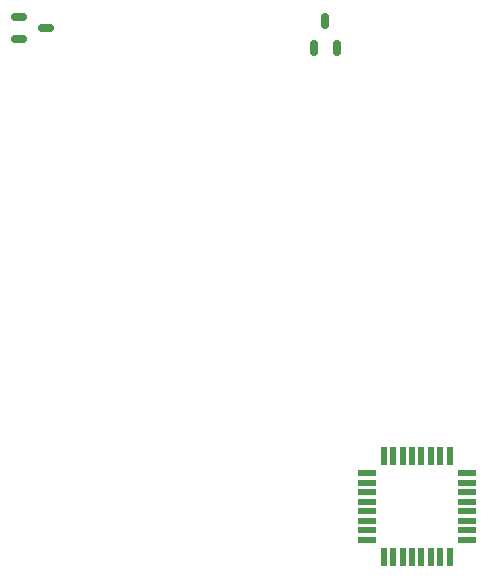
<source format=gtp>
%TF.GenerationSoftware,KiCad,Pcbnew,8.0.4*%
%TF.CreationDate,2024-11-25T19:05:08-08:00*%
%TF.ProjectId,Senior Design,53656e69-6f72-4204-9465-7369676e2e6b,rev?*%
%TF.SameCoordinates,Original*%
%TF.FileFunction,Paste,Top*%
%TF.FilePolarity,Positive*%
%FSLAX46Y46*%
G04 Gerber Fmt 4.6, Leading zero omitted, Abs format (unit mm)*
G04 Created by KiCad (PCBNEW 8.0.4) date 2024-11-25 19:05:08*
%MOMM*%
%LPD*%
G01*
G04 APERTURE LIST*
G04 Aperture macros list*
%AMRoundRect*
0 Rectangle with rounded corners*
0 $1 Rounding radius*
0 $2 $3 $4 $5 $6 $7 $8 $9 X,Y pos of 4 corners*
0 Add a 4 corners polygon primitive as box body*
4,1,4,$2,$3,$4,$5,$6,$7,$8,$9,$2,$3,0*
0 Add four circle primitives for the rounded corners*
1,1,$1+$1,$2,$3*
1,1,$1+$1,$4,$5*
1,1,$1+$1,$6,$7*
1,1,$1+$1,$8,$9*
0 Add four rect primitives between the rounded corners*
20,1,$1+$1,$2,$3,$4,$5,0*
20,1,$1+$1,$4,$5,$6,$7,0*
20,1,$1+$1,$6,$7,$8,$9,0*
20,1,$1+$1,$8,$9,$2,$3,0*%
G04 Aperture macros list end*
%ADD10RoundRect,0.150000X0.150000X-0.512500X0.150000X0.512500X-0.150000X0.512500X-0.150000X-0.512500X0*%
%ADD11R,0.550000X1.600000*%
%ADD12R,1.600000X0.550000*%
%ADD13RoundRect,0.150000X-0.512500X-0.150000X0.512500X-0.150000X0.512500X0.150000X-0.512500X0.150000X0*%
G04 APERTURE END LIST*
D10*
%TO.C,Q2*%
X77820000Y-74677500D03*
X79720000Y-74677500D03*
X78770000Y-72402500D03*
%TD*%
D11*
%TO.C,U2*%
X83700000Y-117750000D03*
X84500000Y-117750000D03*
X85300000Y-117750000D03*
X86100000Y-117750000D03*
X86900000Y-117750000D03*
X87700000Y-117750000D03*
X88500000Y-117750000D03*
X89300000Y-117750000D03*
D12*
X90750000Y-116300000D03*
X90750000Y-115500000D03*
X90750000Y-114700000D03*
X90750000Y-113900000D03*
X90750000Y-113100000D03*
X90750000Y-112300000D03*
X90750000Y-111500000D03*
X90750000Y-110700000D03*
D11*
X89300000Y-109250000D03*
X88500000Y-109250000D03*
X87700000Y-109250000D03*
X86900000Y-109250000D03*
X86100000Y-109250000D03*
X85300000Y-109250000D03*
X84500000Y-109250000D03*
X83700000Y-109250000D03*
D12*
X82250000Y-110700000D03*
X82250000Y-111500000D03*
X82250000Y-112300000D03*
X82250000Y-113100000D03*
X82250000Y-113900000D03*
X82250000Y-114700000D03*
X82250000Y-115500000D03*
X82250000Y-116300000D03*
%TD*%
D13*
%TO.C,Q1*%
X52862500Y-72050000D03*
X52862500Y-73950000D03*
X55137500Y-73000000D03*
%TD*%
M02*

</source>
